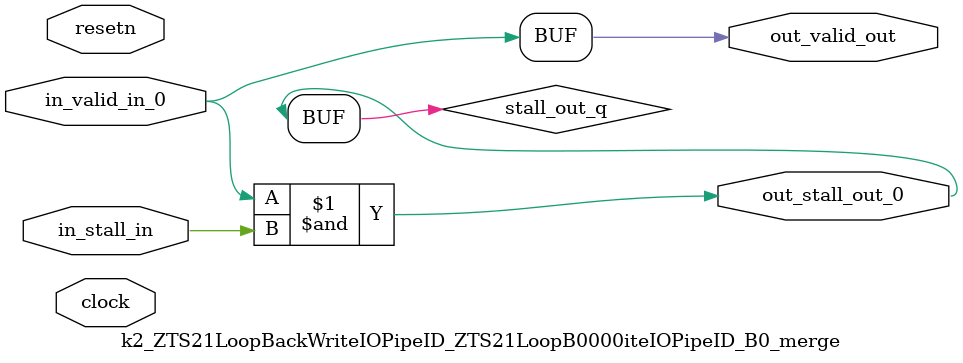
<source format=sv>



(* altera_attribute = "-name AUTO_SHIFT_REGISTER_RECOGNITION OFF; -name MESSAGE_DISABLE 10036; -name MESSAGE_DISABLE 10037; -name MESSAGE_DISABLE 14130; -name MESSAGE_DISABLE 14320; -name MESSAGE_DISABLE 15400; -name MESSAGE_DISABLE 14130; -name MESSAGE_DISABLE 10036; -name MESSAGE_DISABLE 12020; -name MESSAGE_DISABLE 12030; -name MESSAGE_DISABLE 12010; -name MESSAGE_DISABLE 12110; -name MESSAGE_DISABLE 14320; -name MESSAGE_DISABLE 13410; -name MESSAGE_DISABLE 113007; -name MESSAGE_DISABLE 10958" *)
module k2_ZTS21LoopBackWriteIOPipeID_ZTS21LoopB0000iteIOPipeID_B0_merge (
    input wire [0:0] in_stall_in,
    input wire [0:0] in_valid_in_0,
    output wire [0:0] out_stall_out_0,
    output wire [0:0] out_valid_out,
    input wire clock,
    input wire resetn
    );

    wire [0:0] stall_out_q;


    // stall_out(LOGICAL,6)
    assign stall_out_q = in_valid_in_0 & in_stall_in;

    // out_stall_out_0(GPOUT,4)
    assign out_stall_out_0 = stall_out_q;

    // out_valid_out(GPOUT,5)
    assign out_valid_out = in_valid_in_0;

endmodule

</source>
